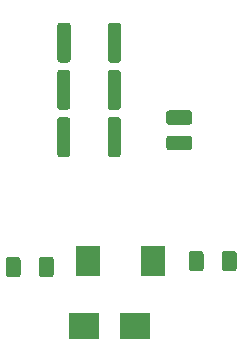
<source format=gbr>
%TF.GenerationSoftware,KiCad,Pcbnew,5.1.6-c6e7f7d~87~ubuntu20.04.1*%
%TF.CreationDate,2020-09-01T11:43:32+02:00*%
%TF.ProjectId,bias-t-extractor-smd,62696173-2d74-42d6-9578-74726163746f,rev?*%
%TF.SameCoordinates,Original*%
%TF.FileFunction,Paste,Top*%
%TF.FilePolarity,Positive*%
%FSLAX46Y46*%
G04 Gerber Fmt 4.6, Leading zero omitted, Abs format (unit mm)*
G04 Created by KiCad (PCBNEW 5.1.6-c6e7f7d~87~ubuntu20.04.1) date 2020-09-01 11:43:32*
%MOMM*%
%LPD*%
G01*
G04 APERTURE LIST*
%ADD10R,2.000000X2.500000*%
%ADD11R,2.500000X2.300000*%
G04 APERTURE END LIST*
%TO.C,C1*%
G36*
G01*
X57812500Y-34549999D02*
X57812500Y-37450001D01*
G75*
G02*
X57562501Y-37700000I-249999J0D01*
G01*
X56937499Y-37700000D01*
G75*
G02*
X56687500Y-37450001I0J249999D01*
G01*
X56687500Y-34549999D01*
G75*
G02*
X56937499Y-34300000I249999J0D01*
G01*
X57562501Y-34300000D01*
G75*
G02*
X57812500Y-34549999I0J-249999D01*
G01*
G37*
G36*
G01*
X53537500Y-34549999D02*
X53537500Y-37450001D01*
G75*
G02*
X53287501Y-37700000I-249999J0D01*
G01*
X52662499Y-37700000D01*
G75*
G02*
X52412500Y-37450001I0J249999D01*
G01*
X52412500Y-34549999D01*
G75*
G02*
X52662499Y-34300000I249999J0D01*
G01*
X53287501Y-34300000D01*
G75*
G02*
X53537500Y-34549999I0J-249999D01*
G01*
G37*
%TD*%
%TO.C,C2*%
G36*
G01*
X49325000Y-46375000D02*
X49325000Y-47625000D01*
G75*
G02*
X49075000Y-47875000I-250000J0D01*
G01*
X48325000Y-47875000D01*
G75*
G02*
X48075000Y-47625000I0J250000D01*
G01*
X48075000Y-46375000D01*
G75*
G02*
X48325000Y-46125000I250000J0D01*
G01*
X49075000Y-46125000D01*
G75*
G02*
X49325000Y-46375000I0J-250000D01*
G01*
G37*
G36*
G01*
X52125000Y-46375000D02*
X52125000Y-47625000D01*
G75*
G02*
X51875000Y-47875000I-250000J0D01*
G01*
X51125000Y-47875000D01*
G75*
G02*
X50875000Y-47625000I0J250000D01*
G01*
X50875000Y-46375000D01*
G75*
G02*
X51125000Y-46125000I250000J0D01*
G01*
X51875000Y-46125000D01*
G75*
G02*
X52125000Y-46375000I0J-250000D01*
G01*
G37*
%TD*%
%TO.C,C3*%
G36*
G01*
X63575000Y-47125000D02*
X63575000Y-45875000D01*
G75*
G02*
X63825000Y-45625000I250000J0D01*
G01*
X64575000Y-45625000D01*
G75*
G02*
X64825000Y-45875000I0J-250000D01*
G01*
X64825000Y-47125000D01*
G75*
G02*
X64575000Y-47375000I-250000J0D01*
G01*
X63825000Y-47375000D01*
G75*
G02*
X63575000Y-47125000I0J250000D01*
G01*
G37*
G36*
G01*
X66375000Y-47125000D02*
X66375000Y-45875000D01*
G75*
G02*
X66625000Y-45625000I250000J0D01*
G01*
X67375000Y-45625000D01*
G75*
G02*
X67625000Y-45875000I0J-250000D01*
G01*
X67625000Y-47125000D01*
G75*
G02*
X67375000Y-47375000I-250000J0D01*
G01*
X66625000Y-47375000D01*
G75*
G02*
X66375000Y-47125000I0J250000D01*
G01*
G37*
%TD*%
D10*
%TO.C,C4*%
X60500000Y-46500000D03*
X55000000Y-46500000D03*
%TD*%
%TO.C,C5*%
G36*
G01*
X57812500Y-30549999D02*
X57812500Y-33450001D01*
G75*
G02*
X57562501Y-33700000I-249999J0D01*
G01*
X56937499Y-33700000D01*
G75*
G02*
X56687500Y-33450001I0J249999D01*
G01*
X56687500Y-30549999D01*
G75*
G02*
X56937499Y-30300000I249999J0D01*
G01*
X57562501Y-30300000D01*
G75*
G02*
X57812500Y-30549999I0J-249999D01*
G01*
G37*
G36*
G01*
X53537500Y-30549999D02*
X53537500Y-33450001D01*
G75*
G02*
X53287501Y-33700000I-249999J0D01*
G01*
X52662499Y-33700000D01*
G75*
G02*
X52412500Y-33450001I0J249999D01*
G01*
X52412500Y-30549999D01*
G75*
G02*
X52662499Y-30300000I249999J0D01*
G01*
X53287501Y-30300000D01*
G75*
G02*
X53537500Y-30549999I0J-249999D01*
G01*
G37*
%TD*%
%TO.C,C6*%
G36*
G01*
X53562500Y-26549999D02*
X53562500Y-29450001D01*
G75*
G02*
X53312501Y-29700000I-249999J0D01*
G01*
X52687499Y-29700000D01*
G75*
G02*
X52437500Y-29450001I0J249999D01*
G01*
X52437500Y-26549999D01*
G75*
G02*
X52687499Y-26300000I249999J0D01*
G01*
X53312501Y-26300000D01*
G75*
G02*
X53562500Y-26549999I0J-249999D01*
G01*
G37*
G36*
G01*
X57837500Y-26549999D02*
X57837500Y-29450001D01*
G75*
G02*
X57587501Y-29700000I-249999J0D01*
G01*
X56962499Y-29700000D01*
G75*
G02*
X56712500Y-29450001I0J249999D01*
G01*
X56712500Y-26549999D01*
G75*
G02*
X56962499Y-26300000I249999J0D01*
G01*
X57587501Y-26300000D01*
G75*
G02*
X57837500Y-26549999I0J-249999D01*
G01*
G37*
%TD*%
D11*
%TO.C,D1*%
X54700000Y-52000000D03*
X59000000Y-52000000D03*
%TD*%
%TO.C,L2*%
G36*
G01*
X61900000Y-33725000D02*
X63600000Y-33725000D01*
G75*
G02*
X63850000Y-33975000I0J-250000D01*
G01*
X63850000Y-34725000D01*
G75*
G02*
X63600000Y-34975000I-250000J0D01*
G01*
X61900000Y-34975000D01*
G75*
G02*
X61650000Y-34725000I0J250000D01*
G01*
X61650000Y-33975000D01*
G75*
G02*
X61900000Y-33725000I250000J0D01*
G01*
G37*
G36*
G01*
X61900000Y-35875000D02*
X63600000Y-35875000D01*
G75*
G02*
X63850000Y-36125000I0J-250000D01*
G01*
X63850000Y-36875000D01*
G75*
G02*
X63600000Y-37125000I-250000J0D01*
G01*
X61900000Y-37125000D01*
G75*
G02*
X61650000Y-36875000I0J250000D01*
G01*
X61650000Y-36125000D01*
G75*
G02*
X61900000Y-35875000I250000J0D01*
G01*
G37*
%TD*%
M02*

</source>
